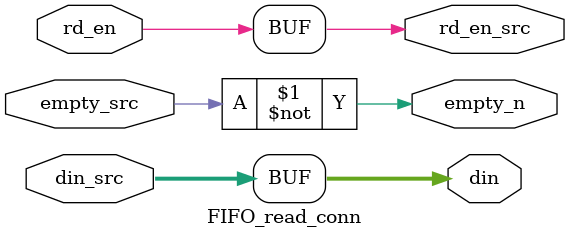
<source format=v>
`timescale 1ns / 1ps


module FIFO_read_conn#
(parameter DATA_WIDTH = 32)
(
	input [DATA_WIDTH-1:0] din_src,
	output rd_en_src,
	input empty_src,
	
	output [DATA_WIDTH-1:0] din,
	input rd_en,
	output empty_n
	
	

    );



assign din = din_src;
assign rd_en_src = rd_en;
assign empty_n = ~empty_src;


endmodule
</source>
